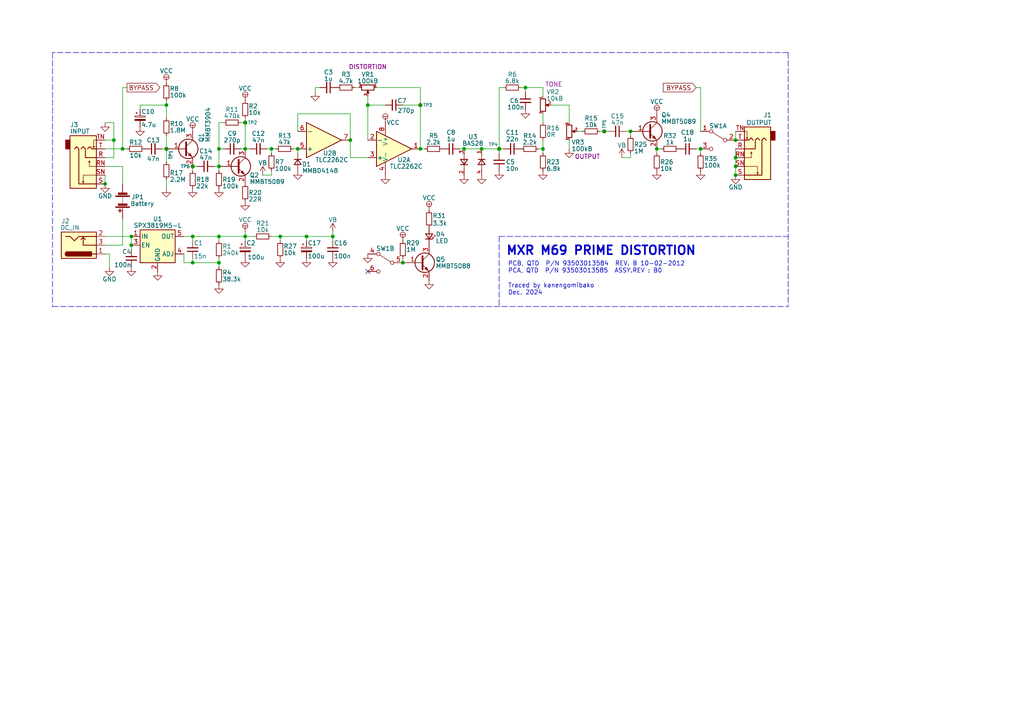
<source format=kicad_sch>
(kicad_sch (version 20231120) (generator "eeschema") (generator_version "8.0")
  (paper "A4")
  (lib_symbols
    (symbol "Amplifier_Operational:MC33178" (pin_names (offset 0.127))
      (property "Reference" "U" (at 0 5.08 0))
      (property "Value" "MC33178" (at 0 -5.08 0))
      (symbol "MC33178_1_1"
        (polyline (pts (xy -5.08 5.08) (xy 5.08 0) (xy -5.08 -5.08) (xy -5.08 5.08)) (stroke (width 0.254)) (fill (type background)))
        (pin output line (at 7.62 0 180) (length 2.54) (name "~") (number "1"))
        (pin input line (at -7.62 -2.54 0) (length 2.54) (name "-") (number "2"))
        (pin input line (at -7.62 2.54 0) (length 2.54) (name "+") (number "3"))
      )
      (symbol "MC33178_2_1"
        (polyline (pts (xy -5.08 5.08) (xy 5.08 0) (xy -5.08 -5.08) (xy -5.08 5.08)) (stroke (width 0.254)) (fill (type background)))
        (pin input line (at -7.62 2.54 0) (length 2.54) (name "+") (number "5"))
        (pin input line (at -7.62 -2.54 0) (length 2.54) (name "-") (number "6"))
        (pin output line (at 7.62 0 180) (length 2.54) (name "~") (number "7"))
      )
      (symbol "MC33178_3_1"
        (pin power_in line (at -2.54 -7.62 90) (length 3.81) (name "V-") (number "4"))
        (pin power_in line (at -2.54 7.62 270) (length 3.81) (name "V+") (number "8"))
      )
    )
    (symbol "AudioJack3_Switch_1"
      (property "Reference" "JK2" (at -5.3975 12.065 0))
      (property "Value" "AudioJack3_Switch_1" (at -5.3975 10.16 0))
      (symbol "AudioJack3_Switch_1_0_1"
        (rectangle (start -5.08 -5.08) (end -6.35 -7.62) (stroke (width 0.254)) (fill (type outline)))
        (polyline (pts (xy -1.27 4.826) (xy -1.016 4.318)))
        (polyline (pts (xy 0.508 -1.651) (xy 0.254 -1.143)))
        (polyline (pts (xy 1.778 -5.334) (xy 2.032 -5.842)))
        (polyline (pts (xy 0 -5.08) (xy 0.635 -5.715) (xy 1.27 -5.08) (xy 2.54 -5.08)) (stroke (width 0.254)))
        (polyline (pts (xy 2.54 -7.62) (xy 1.778 -7.62) (xy 1.778 -5.334) (xy 1.524 -5.842)))
        (polyline (pts (xy 2.54 0) (xy 0.508 0) (xy 0.508 -1.651) (xy 0.762 -1.143)))
        (polyline (pts (xy 2.54 2.54) (xy -1.27 2.54) (xy -1.27 4.826) (xy -1.524 4.318)))
        (polyline (pts (xy -1.905 -5.08) (xy -1.27 -5.715) (xy -0.635 -5.08) (xy -0.635 -2.54) (xy 2.54 -2.54)) (stroke (width 0.254)))
        (polyline (pts (xy 2.54 5.08) (xy -2.54 5.08) (xy -2.54 -5.08) (xy -3.175 -5.715) (xy -3.81 -5.08)) (stroke (width 0.254)))
        (rectangle (start 2.54 6.35) (end -5.08 -8.89) (stroke (width 0.254)) (fill (type background)))
      )
      (symbol "AudioJack3_Switch_1_1_1"
        (pin passive line (at 5.08 -2.54 180) (length 2.54) (name "~") (number "R"))
        (pin passive line (at 5.08 0 180) (length 2.54) (name "~") (number "RN"))
        (pin passive line (at 5.08 5.08 180) (length 2.54) (name "~") (number "S"))
        (pin passive line (at 5.08 2.54 180) (length 2.54) (name "~") (number "SN"))
        (pin passive line (at 5.08 -5.08 180) (length 2.54) (name "~") (number "T"))
        (pin passive line (at 5.08 -7.62 180) (length 2.54) (name "~") (number "TN"))
      )
    )
    (symbol "Connector:Barrel_Jack_Switch" (pin_names hide)
      (property "Reference" "J" (at 0 5.334 0))
      (property "Value" "Barrel_Jack_Switch" (at 0 -5.08 0))
      (symbol "Barrel_Jack_Switch_0_1"
        (rectangle (start -5.08 3.81) (end 5.08 -3.81) (stroke (width 0.254)) (fill (type background)))
        (arc (start -3.302 3.175) (mid -3.9343 2.54) (end -3.302 1.905) (stroke (width 0.254)))
        (arc (start -3.302 3.175) (mid -3.9343 2.54) (end -3.302 1.905) (stroke (width 0.254)) (fill (type outline)))
        (polyline (pts (xy 1.27 -2.286) (xy 1.905 -1.651)) (stroke (width 0.254)))
        (polyline (pts (xy 5.08 2.54) (xy 3.81 2.54)) (stroke (width 0.254)))
        (polyline (pts (xy 5.08 0) (xy 1.27 0) (xy 1.27 -2.286) (xy 0.635 -1.651)) (stroke (width 0.254)))
        (polyline (pts (xy -3.81 -2.54) (xy -2.54 -2.54) (xy -1.27 -1.27) (xy 0 -2.54) (xy 2.54 -2.54) (xy 5.08 -2.54)) (stroke (width 0.254)))
        (rectangle (start 3.683 3.175) (end -3.302 1.905) (stroke (width 0.254)) (fill (type outline)))
      )
      (symbol "Barrel_Jack_Switch_1_1"
        (pin passive line (at 7.62 2.54 180) (length 2.54) (name "~") (number "1"))
        (pin passive line (at 7.62 -2.54 180) (length 2.54) (name "~") (number "2"))
        (pin passive line (at 7.62 0 180) (length 2.54) (name "~") (number "3"))
      )
    )
    (symbol "Connector:TestPoint_Small" (pin_numbers hide) (pin_names (offset 0.762) hide)
      (property "Reference" "TP" (at 0 3.81 0))
      (property "Value" "TestPoint_Small" (at 0 2.032 0))
      (symbol "TestPoint_Small_0_1"
        (circle (center 0 0) (radius 0.508))
      )
      (symbol "TestPoint_Small_1_1"
        (pin passive line (at 0 0 90) (length 0) (name "1") (number "1"))
      )
    )
    (symbol "Device:Battery" (pin_numbers hide) (pin_names (offset 0) hide)
      (property "Reference" "BT" (at 2.54 2.54 0))
      (property "Value" "Battery" (at 2.54 0 0))
      (symbol "Battery_0_1"
        (rectangle (start -2.032 -1.397) (end 2.032 -1.651) (fill (type outline)))
        (rectangle (start -2.032 1.778) (end 2.032 1.524) (fill (type outline)))
        (rectangle (start -1.3208 -1.9812) (end 1.27 -2.4892) (fill (type outline)))
        (rectangle (start -1.3208 1.1938) (end 1.27 0.6858) (fill (type outline)))
        (polyline (pts (xy 0 -1.524) (xy 0 -1.27)))
        (polyline (pts (xy 0 -1.016) (xy 0 -0.762)))
        (polyline (pts (xy 0 -0.508) (xy 0 -0.254)))
        (polyline (pts (xy 0 0) (xy 0 0.254)))
        (polyline (pts (xy 0 0.508) (xy 0 0.762)))
        (polyline (pts (xy 0 1.778) (xy 0 2.54)))
        (polyline (pts (xy 0.254 2.667) (xy 1.27 2.667)) (stroke (width 0.254)))
        (polyline (pts (xy 0.762 3.175) (xy 0.762 2.159)) (stroke (width 0.254)))
      )
      (symbol "Battery_1_1"
        (pin passive line (at 0 5.08 270) (length 2.54) (name "+") (number "1"))
        (pin passive line (at 0 -5.08 90) (length 2.54) (name "-") (number "2"))
      )
    )
    (symbol "Device:C_Polarized_Small" (pin_numbers hide) (pin_names (offset 0.254) hide)
      (property "Reference" "C" (at 0.254 1.778 0))
      (property "Value" "C_Polarized_Small" (at 0.254 -2.032 0))
      (symbol "C_Polarized_Small_0_1"
        (rectangle (start -1.524 -0.3048) (end 1.524 -0.6858) (fill (type outline)))
        (rectangle (start -1.524 0.6858) (end 1.524 0.3048))
        (polyline (pts (xy -1.27 1.524) (xy -0.762 1.524)))
        (polyline (pts (xy -1.016 1.27) (xy -1.016 1.778)))
      )
      (symbol "C_Polarized_Small_1_1"
        (pin passive line (at 0 2.54 270) (length 1.8542) (name "~") (number "1"))
        (pin passive line (at 0 -2.54 90) (length 1.8542) (name "~") (number "2"))
      )
    )
    (symbol "Device:C_Small" (pin_numbers hide) (pin_names (offset 0.254) hide)
      (property "Reference" "C" (at 0.254 1.778 0))
      (property "Value" "C_Small" (at 0.254 -2.032 0))
      (symbol "C_Small_0_1"
        (polyline (pts (xy -1.524 -0.508) (xy 1.524 -0.508)) (stroke (width 0.3302)))
        (polyline (pts (xy -1.524 0.508) (xy 1.524 0.508)) (stroke (width 0.3048)))
      )
      (symbol "C_Small_1_1"
        (pin passive line (at 0 2.54 270) (length 2.032) (name "~") (number "1"))
        (pin passive line (at 0 -2.54 90) (length 2.032) (name "~") (number "2"))
      )
    )
    (symbol "Device:D_Small" (pin_numbers hide) (pin_names (offset 0.254) hide)
      (property "Reference" "D1" (at 0 2.54 90))
      (property "Value" "MMBD4148" (at 1.905 5.715 90))
      (symbol "D_Small_0_1"
        (polyline (pts (xy -0.762 -1.016) (xy -0.762 1.016)) (stroke (width 0.254)))
        (polyline (pts (xy -0.762 0) (xy 0.762 0)))
        (polyline (pts (xy 0.762 -1.016) (xy -0.762 0) (xy 0.762 1.016) (xy 0.762 -1.016)) (stroke (width 0.254)))
      )
      (symbol "D_Small_1_1"
        (pin passive line (at 2.54 0 180) (length 1.778) (name "A") (number "1"))
        (pin passive line (at -2.54 0 0) (length 1.778) (name "K") (number "3"))
      )
    )
    (symbol "Device:LED_Small" (pin_numbers hide) (pin_names (offset 0.254) hide)
      (property "Reference" "D" (at -1.27 3.175 0))
      (property "Value" "LED_Small" (at -4.445 -2.54 0))
      (symbol "LED_Small_0_1"
        (polyline (pts (xy -0.762 -1.016) (xy -0.762 1.016)) (stroke (width 0.254)))
        (polyline (pts (xy 1.016 0) (xy -0.762 0)))
        (polyline (pts (xy 0.762 -1.016) (xy -0.762 0) (xy 0.762 1.016) (xy 0.762 -1.016)) (stroke (width 0.254)))
        (polyline (pts (xy 0 0.762) (xy -0.508 1.27) (xy -0.254 1.27) (xy -0.508 1.27) (xy -0.508 1.016)))
        (polyline (pts (xy 0.508 1.27) (xy 0 1.778) (xy 0.254 1.778) (xy 0 1.778) (xy 0 1.524)))
      )
      (symbol "LED_Small_1_1"
        (pin passive line (at -2.54 0 0) (length 1.778) (name "K") (number "1"))
        (pin passive line (at 2.54 0 180) (length 1.778) (name "A") (number "2"))
      )
    )
    (symbol "Device:Q_NPN_BEC" (pin_names (offset 0) hide)
      (property "Reference" "Q" (at 5.08 1.27 0))
      (property "Value" "Q_NPN_BEC" (at 5.08 -1.27 0))
      (symbol "Q_NPN_BEC_0_1"
        (polyline (pts (xy 0.635 0.635) (xy 2.54 2.54)))
        (polyline (pts (xy 0.635 -0.635) (xy 2.54 -2.54) (xy 2.54 -2.54)))
        (polyline (pts (xy 0.635 1.905) (xy 0.635 -1.905) (xy 0.635 -1.905)) (stroke (width 0.508)))
        (polyline (pts (xy 1.27 -1.778) (xy 1.778 -1.27) (xy 2.286 -2.286) (xy 1.27 -1.778) (xy 1.27 -1.778)) (fill (type outline)))
        (circle (center 1.27 0) (radius 2.8194) (stroke (width 0.254)))
      )
      (symbol "Q_NPN_BEC_1_1"
        (pin input line (at -5.08 0 0) (length 5.715) (name "B") (number "1"))
        (pin passive line (at 2.54 -5.08 90) (length 2.54) (name "E") (number "2"))
        (pin passive line (at 2.54 5.08 270) (length 2.54) (name "C") (number "3"))
      )
    )
    (symbol "Device:R_Potentiometer_Small" (pin_names (offset 1.016) hide)
      (property "Reference" "RV" (at -4.445 0 90))
      (property "Value" "R_Potentiometer_Small" (at -2.54 0 90))
      (symbol "R_Potentiometer_Small_0_1"
        (polyline (pts (xy 0.889 0) (xy 0.635 0) (xy 1.651 0.381) (xy 1.651 -0.381) (xy 0.635 0) (xy 0.889 0)) (fill (type outline)))
        (rectangle (start 0.762 1.8034) (end -0.762 -1.8034) (stroke (width 0.254)))
      )
      (symbol "R_Potentiometer_Small_1_1"
        (pin passive line (at 0 2.54 270) (length 0.635) (name "1") (number "1"))
        (pin passive line (at 2.54 0 180) (length 0.9906) (name "2") (number "2"))
        (pin passive line (at 0 -2.54 90) (length 0.635) (name "3") (number "3"))
      )
    )
    (symbol "Device:R_Small" (pin_numbers hide) (pin_names (offset 0.254) hide)
      (property "Reference" "R" (at 0.762 0.508 0))
      (property "Value" "R_Small" (at 0.762 -1.016 0))
      (symbol "R_Small_0_1"
        (rectangle (start -0.762 1.778) (end 0.762 -1.778) (stroke (width 0.2032)))
      )
      (symbol "R_Small_1_1"
        (pin passive line (at 0 2.54 270) (length 0.762) (name "~") (number "1"))
        (pin passive line (at 0 -2.54 90) (length 0.762) (name "~") (number "2"))
      )
    )
    (symbol "GND_1" (power) (pin_numbers hide) (pin_names (offset 0) hide)
      (property "Value" "GND" (at 0 -3.81 0))
      (symbol "GND_1_0_1"
        (polyline (pts (xy 0 0) (xy 0 -1.27) (xy 1.27 -1.27) (xy 0 -2.54) (xy -1.27 -1.27) (xy 0 -1.27)))
      )
      (symbol "GND_1_1_1"
        (pin power_in line (at 0 0 270) (length 0) (name "~") (number "1"))
      )
    )
    (symbol "Regulator_Linear:SPX3819M5-L" (pin_names (offset 0.254))
      (property "Reference" "U" (at -3.81 5.715 0))
      (property "Value" "SPX3819M5-L" (at 0 5.715 0))
      (symbol "SPX3819M5-L_0_1"
        (rectangle (start -5.08 4.445) (end 5.08 -5.08) (stroke (width 0.254)) (fill (type background)))
      )
      (symbol "SPX3819M5-L_1_1"
        (pin power_in line (at -7.62 2.54 0) (length 2.54) (name "IN") (number "1"))
        (pin power_in line (at 0 -7.62 90) (length 2.54) (name "GND") (number "2"))
        (pin input line (at -7.62 0 0) (length 2.54) (name "EN") (number "3"))
        (pin input line (at 7.62 -2.54 180) (length 2.54) (name "ADJ") (number "4"))
        (pin power_out line (at 7.62 2.54 180) (length 2.54) (name "OUT") (number "5"))
      )
    )
    (symbol "Switch:SW_DPDT_x2" (pin_names (offset 0) hide)
      (property "Reference" "SW" (at 0 4.318 0))
      (property "Value" "SW_DPDT_x2" (at 0 -5.08 0))
      (symbol "SW_DPDT_x2_0_0"
        (circle (center -2.032 0) (radius 0.508))
        (circle (center 2.032 -2.54) (radius 0.508))
      )
      (symbol "SW_DPDT_x2_0_1"
        (polyline (pts (xy -1.524 0.254) (xy 1.651 2.286)))
        (circle (center 2.032 2.54) (radius 0.508))
      )
      (symbol "SW_DPDT_x2_1_1"
        (pin passive line (at 5.08 2.54 180) (length 2.54) (name "A") (number "1"))
        (pin passive line (at -5.08 0 0) (length 2.54) (name "B") (number "2"))
        (pin passive line (at 5.08 -2.54 180) (length 2.54) (name "C") (number "3"))
      )
      (symbol "SW_DPDT_x2_2_1"
        (pin passive line (at 5.08 2.54 180) (length 2.54) (name "A") (number "4"))
        (pin passive line (at -5.08 0 0) (length 2.54) (name "B") (number "5"))
        (pin passive line (at 5.08 -2.54 180) (length 2.54) (name "C") (number "6"))
      )
    )
    (symbol "Transistor_BJT:MMBT3904" (pin_names (offset 0) hide)
      (property "Reference" "Q" (at 5.08 1.905 0))
      (property "Value" "MMBT3904" (at 5.08 0 0))
      (symbol "MMBT3904_0_1"
        (polyline (pts (xy 0.635 0.635) (xy 2.54 2.54)))
        (polyline (pts (xy 0.635 -0.635) (xy 2.54 -2.54) (xy 2.54 -2.54)))
        (polyline (pts (xy 0.635 1.905) (xy 0.635 -1.905) (xy 0.635 -1.905)) (stroke (width 0.508)))
        (polyline (pts (xy 1.27 -1.778) (xy 1.778 -1.27) (xy 2.286 -2.286) (xy 1.27 -1.778) (xy 1.27 -1.778)) (fill (type outline)))
        (circle (center 1.27 0) (radius 2.8194) (stroke (width 0.254)))
      )
      (symbol "MMBT3904_1_1"
        (pin input line (at -5.08 0 0) (length 5.715) (name "B") (number "1"))
        (pin passive line (at 2.54 -5.08 90) (length 2.54) (name "E") (number "2"))
        (pin passive line (at 2.54 5.08 270) (length 2.54) (name "C") (number "3"))
      )
    )
    (symbol "myLib:D_Small_dual" (pin_names (offset 0) hide)
      (property "Reference" "D" (at 0 4.572 0))
      (property "Value" "D_Small_dual" (at 0 2.54 0))
      (symbol "D_Small_dual_0_1"
        (polyline (pts (xy -2.032 -5.08) (xy 2.032 -5.08)))
        (polyline (pts (xy -2.032 0) (xy 2.032 0)))
        (polyline (pts (xy -0.762 -1.016) (xy -0.762 1.016)) (stroke (width 0.254)))
        (polyline (pts (xy 0.762 -6.096) (xy 0.762 -4.064)) (stroke (width 0.254)))
        (polyline (pts (xy -0.762 -6.096) (xy 0.762 -5.08) (xy -0.762 -4.064) (xy -0.762 -6.096)) (stroke (width 0.254)))
        (polyline (pts (xy 0.762 -1.016) (xy -0.762 0) (xy 0.762 1.016) (xy 0.762 -1.016)) (stroke (width 0.254)))
      )
      (symbol "D_Small_dual_1_1"
        (pin passive line (at -3.81 0 0) (length 1.778) (name "1") (number "1"))
        (pin passive line (at 3.81 -5.08 180) (length 1.778) (name "2") (number "2"))
        (pin passive line (at -3.81 -5.08 0) (length 1.778) (name "3") (number "3"))
        (pin passive line (at 3.81 0 180) (length 1.778) (name "2") (number "4"))
      )
    )
    (symbol "myLib:VB" (power) (pin_names (offset 0))
      (property "Value" "VB" (at 0 3.556 0))
      (symbol "VB_0_1"
        (polyline (pts (xy -0.762 1.27) (xy 0 2.54)))
        (polyline (pts (xy 0 0) (xy 0 2.54)))
        (polyline (pts (xy 0 2.54) (xy 0.762 1.27)))
      )
      (symbol "VB_1_1"
        (pin power_in line (at 0 0 90) (length 0) hide (name "VB") (number "1"))
      )
    )
    (symbol "myLib:VCC" (power) (pin_names (offset 0))
      (property "Value" "VCC" (at 0 3.556 0))
      (symbol "VCC_0_0"
        (polyline (pts (xy -0.762 1.778) (xy 0.762 1.778)))
        (circle (center 0 1.778) (radius 0.7725))
      )
      (symbol "VCC_0_1"
        (polyline (pts (xy 0 0) (xy 0 1.778)))
      )
      (symbol "VCC_1_1"
        (pin power_in line (at 0 0 90) (length 0) hide (name "VCC") (number "1"))
      )
    )
    (symbol "power:GND" (power) (pin_names (offset 0))
      (property "Value" "GND" (at 0 -3.81 0))
      (symbol "GND_0_1"
        (polyline (pts (xy 0 0) (xy 0 -1.27) (xy 1.27 -1.27) (xy 0 -2.54) (xy -1.27 -1.27) (xy 0 -1.27)))
      )
      (symbol "GND_1_1"
        (pin power_in line (at 0 0 270) (length 0) hide (name "GND") (number "1"))
      )
    )
  )
  (junction (at 121.92 30.48))
  (junction (at 35.56 43.18))
  (junction (at 203.2 43.18))
  (junction (at 63.5 43.18))
  (junction (at 139.7 43.18))
  (junction (at 106.68 30.48))
  (junction (at 190.5 43.18))
  (junction (at 48.26 30.48))
  (junction (at 116.84 76.2))
  (junction (at 86.36 43.18))
  (junction (at 121.92 43.18))
  (junction (at 175.26 38.1))
  (junction (at 63.5 48.26))
  (junction (at 213.36 48.26))
  (junction (at 30.48 53.34))
  (junction (at 55.88 76.2))
  (junction (at 71.12 68.58))
  (junction (at 213.36 50.8))
  (junction (at 38.1 68.58))
  (junction (at 213.36 45.72))
  (junction (at 101.6 40.64))
  (junction (at 182.88 38.1))
  (junction (at 71.12 43.18))
  (junction (at 152.4 25.4))
  (junction (at 71.12 35.56))
  (junction (at 33.02 40.64))
  (junction (at 88.9 68.58))
  (junction (at 134.62 43.18))
  (junction (at 96.52 68.58))
  (junction (at 63.5 68.58))
  (junction (at 63.5 76.2))
  (junction (at 78.74 43.18))
  (junction (at 55.88 48.26))
  (junction (at 157.48 43.18))
  (junction (at 38.1 71.12))
  (junction (at 144.78 43.18))
  (junction (at 81.28 68.58))
  (junction (at 48.26 43.18))
  (junction (at 213.36 40.64))
  (junction (at 55.88 68.58))
  (no_connect (at 106.68 78.74))
  (wire (pts (xy 111.76 30.48) (xy 106.68 30.48)))
  (wire (pts (xy 62.23 48.26) (xy 63.5 48.26)))
  (wire (pts (xy 30.48 45.72) (xy 33.02 45.72)))
  (wire (pts (xy 48.26 39.37) (xy 48.26 43.18)))
  (wire (pts (xy 88.9 68.58) (xy 96.52 68.58)))
  (wire (pts (xy 30.48 73.66) (xy 31.75 73.66)))
  (wire (pts (xy 63.5 76.2) (xy 63.5 77.47)))
  (wire (pts (xy 213.36 40.64) (xy 213.36 38.1)))
  (wire (pts (xy 152.4 25.4) (xy 152.4 26.67)))
  (wire (pts (xy 152.4 25.4) (xy 157.48 25.4)))
  (wire (pts (xy 71.12 43.18) (xy 72.39 43.18)))
  (wire (pts (xy 181.61 38.1) (xy 182.88 38.1)))
  (wire (pts (xy 168.91 38.1) (xy 167.64 38.1)))
  (wire (pts (xy 69.85 35.56) (xy 71.12 35.56)))
  (wire (pts (xy 71.12 34.29) (xy 71.12 35.56)))
  (wire (pts (xy 35.56 43.18) (xy 36.83 43.18)))
  (wire (pts (xy 157.48 43.18) (xy 157.48 44.45)))
  (wire (pts (xy 116.84 30.48) (xy 121.92 30.48)))
  (wire (pts (xy 40.64 30.48) (xy 40.64 31.75)))
  (wire (pts (xy 203.2 38.1) (xy 203.2 25.4)))
  (wire (pts (xy 182.88 44.45) (xy 182.88 45.72)))
  (wire (pts (xy 30.48 48.26) (xy 35.56 48.26)))
  (wire (pts (xy 190.5 43.18) (xy 190.5 44.45)))
  (wire (pts (xy 71.12 35.56) (xy 71.12 43.18)))
  (wire (pts (xy 133.35 43.18) (xy 134.62 43.18)))
  (wire (pts (xy 40.64 30.48) (xy 48.26 30.48)))
  (wire (pts (xy 76.2 50.8) (xy 78.74 50.8)))
  (wire (pts (xy 64.77 43.18) (xy 63.5 43.18)))
  (wire (pts (xy 46.99 43.18) (xy 48.26 43.18)))
  (wire (pts (xy 55.88 74.93) (xy 55.88 76.2)))
  (wire (pts (xy 53.34 76.2) (xy 55.88 76.2)))
  (wire (pts (xy 63.5 43.18) (xy 63.5 48.26)))
  (wire (pts (xy 175.26 38.1) (xy 176.53 38.1)))
  (polyline (pts (xy 228.6 15.24) (xy 15.24 15.24)) (stroke (width 0) (type dash)))
  (wire (pts (xy 182.88 38.1) (xy 182.88 39.37)))
  (wire (pts (xy 88.9 68.58) (xy 81.28 68.58)))
  (wire (pts (xy 157.48 33.02) (xy 157.48 35.56)))
  (wire (pts (xy 35.56 63.5) (xy 35.56 71.12)))
  (wire (pts (xy 91.44 25.4) (xy 92.71 25.4)))
  (wire (pts (xy 85.09 43.18) (xy 86.36 43.18)))
  (wire (pts (xy 139.7 43.18) (xy 144.78 43.18)))
  (wire (pts (xy 86.36 43.18) (xy 86.36 44.45)))
  (polyline (pts (xy 228.6 15.24) (xy 228.6 88.9)) (stroke (width 0) (type dash)))
  (wire (pts (xy 30.48 50.8) (xy 30.48 53.34)))
  (wire (pts (xy 30.48 43.18) (xy 35.56 43.18)))
  (wire (pts (xy 144.78 43.18) (xy 144.78 44.45)))
  (wire (pts (xy 173.99 38.1) (xy 175.26 38.1)))
  (wire (pts (xy 33.02 40.64) (xy 30.48 40.64)))
  (wire (pts (xy 101.6 33.02) (xy 101.6 40.64)))
  (wire (pts (xy 144.78 25.4) (xy 146.05 25.4)))
  (wire (pts (xy 165.1 43.18) (xy 165.1 40.64)))
  (polyline (pts (xy 144.78 68.58) (xy 144.78 88.9)) (stroke (width 0) (type dash)))
  (wire (pts (xy 91.44 26.67) (xy 91.44 25.4)))
  (wire (pts (xy 160.02 30.48) (xy 165.1 30.48)))
  (wire (pts (xy 144.78 25.4) (xy 144.78 43.18)))
  (wire (pts (xy 63.5 69.85) (xy 63.5 68.58)))
  (wire (pts (xy 190.5 43.18) (xy 191.77 43.18)))
  (wire (pts (xy 121.92 43.18) (xy 123.19 43.18)))
  (wire (pts (xy 78.74 43.18) (xy 80.01 43.18)))
  (wire (pts (xy 106.68 30.48) (xy 106.68 40.64)))
  (wire (pts (xy 78.74 50.8) (xy 78.74 49.53)))
  (wire (pts (xy 55.88 69.85) (xy 55.88 68.58)))
  (polyline (pts (xy 15.24 88.9) (xy 228.6 88.9)) (stroke (width 0) (type dash)))
  (wire (pts (xy 35.56 48.26) (xy 35.56 53.34)))
  (wire (pts (xy 134.62 43.18) (xy 139.7 43.18)))
  (wire (pts (xy 77.47 43.18) (xy 78.74 43.18)))
  (wire (pts (xy 151.13 25.4) (xy 152.4 25.4)))
  (wire (pts (xy 48.26 30.48) (xy 48.26 34.29)))
  (wire (pts (xy 157.48 43.18) (xy 157.48 40.64)))
  (wire (pts (xy 38.1 68.58) (xy 38.1 71.12)))
  (wire (pts (xy 86.36 38.1) (xy 86.36 33.02)))
  (wire (pts (xy 213.36 45.72) (xy 213.36 48.26)))
  (wire (pts (xy 55.88 48.26) (xy 55.88 49.53)))
  (wire (pts (xy 38.1 72.39) (xy 38.1 71.12)))
  (wire (pts (xy 33.02 35.56) (xy 33.02 40.64)))
  (wire (pts (xy 64.77 35.56) (xy 63.5 35.56)))
  (wire (pts (xy 35.56 25.4) (xy 35.56 43.18)))
  (wire (pts (xy 146.05 43.18) (xy 144.78 43.18)))
  (wire (pts (xy 78.74 68.58) (xy 81.28 68.58)))
  (wire (pts (xy 213.36 43.18) (xy 213.36 45.72)))
  (wire (pts (xy 35.56 25.4) (xy 36.83 25.4)))
  (wire (pts (xy 106.68 27.94) (xy 106.68 30.48)))
  (wire (pts (xy 102.87 25.4) (xy 104.14 25.4)))
  (wire (pts (xy 69.85 43.18) (xy 71.12 43.18)))
  (wire (pts (xy 55.88 48.26) (xy 57.15 48.26)))
  (wire (pts (xy 201.93 43.18) (xy 203.2 43.18)))
  (wire (pts (xy 63.5 76.2) (xy 63.5 74.93)))
  (wire (pts (xy 63.5 35.56) (xy 63.5 43.18)))
  (wire (pts (xy 31.75 73.66) (xy 31.75 77.47)))
  (wire (pts (xy 48.26 54.61) (xy 48.26 52.07)))
  (wire (pts (xy 55.88 68.58) (xy 63.5 68.58)))
  (wire (pts (xy 96.52 68.58) (xy 96.52 69.85)))
  (wire (pts (xy 78.74 44.45) (xy 78.74 43.18)))
  (wire (pts (xy 71.12 68.58) (xy 73.66 68.58)))
  (wire (pts (xy 30.48 35.56) (xy 33.02 35.56)))
  (wire (pts (xy 156.21 43.18) (xy 157.48 43.18)))
  (wire (pts (xy 203.2 43.18) (xy 203.2 44.45)))
  (wire (pts (xy 213.36 48.26) (xy 213.36 50.8)))
  (wire (pts (xy 157.48 27.94) (xy 157.48 25.4)))
  (polyline (pts (xy 15.24 15.24) (xy 15.24 88.9)) (stroke (width 0) (type dash)))
  (wire (pts (xy 101.6 45.72) (xy 106.68 45.72)))
  (wire (pts (xy 53.34 68.58) (xy 55.88 68.58)))
  (wire (pts (xy 109.22 25.4) (xy 121.92 25.4)))
  (wire (pts (xy 33.02 40.64) (xy 33.02 45.72)))
  (wire (pts (xy 30.48 71.12) (xy 35.56 71.12)))
  (wire (pts (xy 81.28 69.85) (xy 81.28 68.58)))
  (polyline (pts (xy 144.78 68.58) (xy 228.6 68.58)) (stroke (width 0) (type dash)))
  (wire (pts (xy 63.5 48.26) (xy 63.5 49.53)))
  (wire (pts (xy 121.92 25.4) (xy 121.92 30.48)))
  (wire (pts (xy 165.1 30.48) (xy 165.1 35.56)))
  (wire (pts (xy 88.9 68.58) (xy 88.9 69.85)))
  (wire (pts (xy 203.2 25.4) (xy 201.93 25.4)))
  (wire (pts (xy 55.88 76.2) (xy 63.5 76.2)))
  (wire (pts (xy 121.92 30.48) (xy 121.92 43.18)))
  (wire (pts (xy 116.84 74.93) (xy 116.84 76.2)))
  (wire (pts (xy 30.48 68.58) (xy 38.1 68.58)))
  (wire (pts (xy 48.26 46.99) (xy 48.26 43.18)))
  (wire (pts (xy 53.34 73.66) (xy 53.34 76.2)))
  (wire (pts (xy 48.26 29.21) (xy 48.26 30.48)))
  (wire (pts (xy 96.52 67.31) (xy 96.52 68.58)))
  (wire (pts (xy 86.36 33.02) (xy 101.6 33.02)))
  (wire (pts (xy 63.5 68.58) (xy 71.12 68.58)))
  (wire (pts (xy 71.12 69.85) (xy 71.12 68.58)))
  (wire (pts (xy 71.12 68.58) (xy 71.12 67.31)))
  (wire (pts (xy 101.6 45.72) (xy 101.6 40.64)))
  (wire (pts (xy 180.34 45.72) (xy 182.88 45.72)))
  (text "MXR M69 PRIME DISTORTION" (at 146.685 74.295 0) (effects (font (size 2.54 2.54) (thickness 0.508) (bold yes)) (justify left bottom)))
  (text "Traced by kanengomibako\nDec. 2024" (at 147.32 85.725 0) (effects (font (size 1.27 1.27)) (justify left bottom)))
  (text "PCB, QTD  P/N 93503013584  REV. B 10-02-2012\nPCA, QTD  P/N 93503013585  ASSY.REV : B0\n" (at 147.32 79.375 0) (effects (font (size 1.27 1.27)) (justify left bottom)))
  (global_label "BYPASS" (shape input) (at 201.93 25.4 180) (property "Intersheetrefs" "${INTERSHEET_REFS}" (effects (hide yes))))
  (global_label "BYPASS" (shape output) (at 36.83 25.4 0) (property "Intersheetrefs" "${INTERSHEET_REFS}" (effects (hide yes))))
  (symbol (lib_id "Device:C_Small") (at 148.59 43.18 270) (unit 1)
    (property "Reference" "C11" (at 148.59 38.4175 90))
    (property "Value" "22n" (at 148.59 40.3225 90))
    (property "Footprint" "Capacitor_SMD:C_1206_3216Metric_Pad1.33x1.80mm_HandSolder" (effects (hide yes)))
  )
  (symbol (lib_id "Device:Q_NPN_BEC") (at 121.92 76.2 0) (unit 1)
    (property "Reference" "Q5" (at 126.365 75.2475 0) (effects (justify left)))
    (property "Value" "MMBT5088" (at 126.365 77.1525 0) (effects (justify left)))
    (property "Footprint" "myFoot:SOT-23_mxr" (effects (hide yes)))
    (property "Datasheet" "1Q" (effects (hide yes)))
  )
  (symbol (lib_id "Device:C_Small") (at 152.4 29.21 0) (mirror y) (unit 1)
    (property "Reference" "C6" (at 150.495 29.21 0) (effects (justify left)))
    (property "Value" "100n" (at 152.0825 31.115 0) (effects (justify left)))
    (property "Footprint" "Capacitor_SMD:C_0805_2012Metric_Pad1.18x1.45mm_HandSolder" (effects (hide yes)))
  )
  (symbol (lib_id "Device:R_Small") (at 48.26 36.83 180) (unit 1)
    (property "Reference" "R10" (at 49.2125 35.8775 0) (effects (justify right)))
    (property "Value" "1.8M" (at 49.2125 37.7825 0) (effects (justify right)))
    (property "Footprint" "Resistor_SMD:R_0805_2012Metric_Pad1.20x1.40mm_HandSolder" (effects (hide yes)))
  )
  (symbol (lib_id "Device:C_Polarized_Small") (at 40.64 34.29 0) (unit 1)
    (property "Reference" "C10" (at 40.9575 32.385 0) (effects (justify left)))
    (property "Value" "4.7u" (at 40.9575 36.195 0) (effects (justify left)))
    (property "Footprint" "Capacitor_THT:CP_Radial_D5.0mm_P2.50mm" (effects (hide yes)))
  )
  (symbol (lib_id "Device:C_Small") (at 38.1 74.93 0) (mirror x) (unit 1)
    (property "Reference" "C4" (at 38.1 73.025 0) (effects (justify right)))
    (property "Value" "100n" (at 38.1 76.835 0) (effects (justify right)))
    (property "Footprint" "Capacitor_SMD:C_0805_2012Metric_Pad1.18x1.45mm_HandSolder" (effects (hide yes)))
  )
  (symbol (lib_id "Connector:Barrel_Jack_Switch") (at 22.86 71.12 0) (mirror x) (unit 1)
    (property "Reference" "J2" (at 17.78 64.135 0) (effects (justify left)))
    (property "Value" "DC_IN" (at 17.4625 66.04 0) (effects (justify left)))
    (property "Footprint" "myFoot:my_DC_Jack" (effects (hide yes)))
  )
  (symbol (lib_name "GND_1") (lib_id "power:GND") (at 55.88 54.61 0) (unit 1)
    (property "Reference" "#PWR01" (effects (hide yes)))
    (property "Value" "GND" (effects (hide yes)))
    (property "Description" "Power symbol creates a global label with name \"GND\" , ground" (effects (hide yes)))
  )
  (symbol (lib_name "GND_1") (lib_id "power:GND") (at 139.7 50.8 0) (unit 1)
    (property "Reference" "#PWR09" (effects (hide yes)))
    (property "Value" "GND" (effects (hide yes)))
    (property "Description" "Power symbol creates a global label with name \"GND\" , ground" (effects (hide yes)))
  )
  (symbol (lib_id "Device:C_Polarized_Small") (at 88.9 72.39 0) (unit 1)
    (property "Reference" "C17" (at 89.2175 70.485 0) (effects (justify left)))
    (property "Value" "100u" (at 89.2175 74.295 0) (effects (justify left)))
    (property "Footprint" "Capacitor_THT:CP_Radial_D5.0mm_P2.50mm" (effects (hide yes)))
  )
  (symbol (lib_id "Device:R_Small") (at 124.46 63.5 180) (unit 1)
    (property "Reference" "R31" (at 125.4125 62.5475 0) (effects (justify right)))
    (property "Value" "3.3k" (at 125.4125 64.77 0) (effects (justify right)))
    (property "Footprint" "Resistor_SMD:R_0805_2012Metric_Pad1.20x1.40mm_HandSolder" (effects (hide yes)))
  )
  (symbol (lib_id "Device:R_Small") (at 81.28 72.39 180) (unit 1)
    (property "Reference" "R27" (at 82.2325 71.4375 0) (effects (justify right)))
    (property "Value" "10k" (at 82.2325 73.3425 0) (effects (justify right)))
    (property "Footprint" "Resistor_SMD:R_0805_2012Metric_Pad1.20x1.40mm_HandSolder" (effects (hide yes)))
  )
  (symbol (lib_id "Device:R_Small") (at 71.12 55.88 0) (unit 1)
    (property "Reference" "R20" (at 72.0725 55.88 0) (effects (justify left)))
    (property "Value" "22R" (at 72.0725 57.785 0) (effects (justify left)))
    (property "Footprint" "Resistor_SMD:R_0805_2012Metric_Pad1.20x1.40mm_HandSolder" (effects (hide yes)))
  )
  (symbol (lib_id "Device:C_Polarized_Small") (at 71.12 72.39 0) (unit 1)
    (property "Reference" "C2" (at 71.4375 70.485 0) (effects (justify left)))
    (property "Value" "100u" (at 71.755 74.6125 0) (effects (justify left)))
    (property "Footprint" "Capacitor_THT:CP_Radial_D5.0mm_P2.50mm" (effects (hide yes)))
  )
  (symbol (lib_id "myLib:VB") (at 180.34 45.72 0) (unit 1)
    (property "Reference" "#PWR031" (effects (hide yes)))
    (property "Value" "VB" (at 180.34 42.164 0))
  )
  (symbol (lib_id "Device:C_Small") (at 199.39 43.18 90) (mirror x) (unit 1)
    (property "Reference" "C18" (at 199.39 38.4175 90))
    (property "Value" "1u" (at 199.39 40.3225 90))
    (property "Footprint" "Capacitor_SMD:C_1206_3216Metric_Pad1.33x1.80mm_HandSolder" (effects (hide yes)))
  )
  (symbol (lib_id "Device:R_Small") (at 82.55 43.18 270) (mirror x) (unit 1)
    (property "Reference" "R13" (at 82.55 39.37 90))
    (property "Value" "47k" (at 82.55 41.275 90))
    (property "Footprint" "Resistor_SMD:R_0805_2012Metric_Pad1.20x1.40mm_HandSolder" (effects (hide yes)))
  )
  (symbol (lib_name "GND_1") (lib_id "power:GND") (at 48.26 54.61 0) (unit 1)
    (property "Reference" "#PWR021" (effects (hide yes)))
    (property "Value" "GND" (effects (hide yes)))
    (property "Description" "Power symbol creates a global label with name \"GND\" , ground" (effects (hide yes)))
  )
  (symbol (lib_id "Device:R_Small") (at 71.12 31.75 180) (unit 1)
    (property "Reference" "R2" (at 72.0725 30.7975 0) (effects (justify right)))
    (property "Value" "10k" (at 72.0725 32.7025 0) (effects (justify right)))
    (property "Footprint" "Resistor_SMD:R_0805_2012Metric_Pad1.20x1.40mm_HandSolder" (effects (hide yes)))
  )
  (symbol (lib_id "Device:Q_NPN_BEC") (at 68.58 48.26 0) (unit 1)
    (property "Reference" "Q2" (at 72.39 50.8 0) (effects (justify left)))
    (property "Value" "MMBT5089" (at 72.39 52.705 0) (effects (justify left)))
    (property "Footprint" "myFoot:SOT-23_mxr" (effects (hide yes)))
    (property "Datasheet" "1R" (effects (hide yes)))
  )
  (symbol (lib_id "power:GND") (at 63.5 82.55 0) (unit 1)
    (property "Reference" "#PWR019" (effects (hide yes)))
    (property "Value" "GND" (effects (hide yes)))
  )
  (symbol (lib_name "GND_1") (lib_id "power:GND") (at 203.2 49.53 0) (unit 1)
    (property "Reference" "#PWR016" (effects (hide yes)))
    (property "Value" "GND" (effects (hide yes)))
    (property "Description" "Power symbol creates a global label with name \"GND\" , ground" (effects (hide yes)))
  )
  (symbol (lib_id "Device:C_Small") (at 96.52 72.39 0) (unit 1)
    (property "Reference" "C16" (at 96.8375 70.485 0) (effects (justify left)))
    (property "Value" "100n" (at 96.8375 74.295 0) (effects (justify left)))
    (property "Footprint" "Capacitor_SMD:C_0805_2012Metric_Pad1.18x1.45mm_HandSolder" (effects (hide yes)))
  )
  (symbol (lib_id "myLib:VCC") (at 190.5 33.02 0) (unit 1)
    (property "Reference" "#PWR026" (effects (hide yes)))
    (property "Value" "VCC" (at 190.5 29.464 0))
  )
  (symbol (lib_name "GND_1") (lib_id "power:GND") (at 111.76 50.8 0) (unit 1)
    (property "Reference" "#PWR040" (effects (hide yes)))
    (property "Value" "GND" (effects (hide yes)))
    (property "Description" "Power symbol creates a global label with name \"GND\" , ground" (effects (hide yes)))
  )
  (symbol (lib_id "Device:R_Small") (at 48.26 49.53 0) (mirror y) (unit 1)
    (property "Reference" "R17" (at 49.2125 50.165 0) (effects (justify right)))
    (property "Value" "2.2M" (at 49.2125 52.07 0) (effects (justify right)))
    (property "Footprint" "Resistor_SMD:R_0805_2012Metric_Pad1.20x1.40mm_HandSolder" (effects (hide yes)))
  )
  (symbol (lib_id "Connector:TestPoint_Small") (at 55.88 48.26 0) (unit 1)
    (property "Reference" "TP6" (at 52.3875 48.26 0) (effects (font (size 0.9525 0.9525)) (justify left)))
    (property "Value" "-" (effects (hide yes)))
    (property "Footprint" "myFoot:my_SmallestPad_0-6mmDrill" (effects (hide yes)))
  )
  (symbol (lib_id "Device:R_Small") (at 148.59 25.4 270) (mirror x) (unit 1)
    (property "Reference" "R6" (at 148.59 21.59 90))
    (property "Value" "6.8k" (at 148.59 23.495 90))
    (property "Footprint" "Resistor_SMD:R_0805_2012Metric_Pad1.20x1.40mm_HandSolder" (effects (hide yes)))
  )
  (symbol (lib_id "Amplifier_Operational:MC33178") (at 114.3 43.18 0) (mirror x) (unit 1)
    (property "Reference" "U2" (at 115.2525 46.355 0) (effects (justify left)))
    (property "Value" "TLC2262C" (at 113.03 48.26 0) (effects (justify left)))
    (property "Footprint" "Package_SO:SO-8_3.9x4.9mm_P1.27mm" (effects (hide yes)))
  )
  (symbol (lib_id "Amplifier_Operational:MC33178") (at 93.98 40.64 0) (mirror x) (unit 2)
    (property "Reference" "U2" (at 93.6625 44.45 0) (effects (justify left)))
    (property "Value" "TLC2262C" (at 91.44 46.355 0) (effects (justify left)))
    (property "Footprint" "Package_SO:SO-8_3.9x4.9mm_P1.27mm" (effects (hide yes)))
  )
  (symbol (lib_id "Connector:TestPoint_Small") (at 48.26 43.18 0) (unit 1)
    (property "Reference" "TP1" (at 49.53 43.4975 90) (effects (font (size 0.9525 0.9525)) (justify right)))
    (property "Value" "-" (effects (hide yes)))
    (property "Footprint" "myFoot:my_SmallestPad_0-6mmDrill" (effects (hide yes)))
  )
  (symbol (lib_id "myLib:VCC") (at 116.84 69.85 0) (unit 1)
    (property "Reference" "#PWR035" (effects (hide yes)))
    (property "Value" "VCC" (at 116.84 66.294 0))
  )
  (symbol (lib_id "power:GND") (at 88.9 74.93 0) (unit 1)
    (property "Reference" "#PWR030" (effects (hide yes)))
    (property "Value" "GND" (effects (hide yes)))
  )
  (symbol (lib_name "GND_1") (lib_id "power:GND") (at 86.36 49.53 0) (unit 1)
    (property "Reference" "#PWR04" (effects (hide yes)))
    (property "Value" "GND" (effects (hide yes)))
    (property "Description" "Power symbol creates a global label with name \"GND\" , ground" (effects (hide yes)))
  )
  (symbol (lib_id "Device:C_Small") (at 55.88 72.39 0) (mirror x) (unit 1)
    (property "Reference" "C1" (at 56.1975 70.485 0) (effects (justify left)))
    (property "Value" "15n" (at 56.1975 74.295 0) (effects (justify left)))
    (property "Footprint" "Capacitor_SMD:C_0805_2012Metric_Pad1.18x1.45mm_HandSolder" (effects (hide yes)))
  )
  (symbol (lib_id "Connector:TestPoint_Small") (at 144.78 43.18 0) (unit 1)
    (property "Reference" "TP4" (at 144.4625 41.91 0) (effects (font (size 0.9525 0.9525)) (justify right)))
    (property "Value" "-" (effects (hide yes)))
    (property "Footprint" "myFoot:my_SmallestPad_0-6mmDrill" (effects (hide yes)))
  )
  (symbol (lib_id "Device:C_Small") (at 179.07 38.1 270) (mirror x) (unit 1)
    (property "Reference" "C15" (at 179.07 33.655 90))
    (property "Value" "47n" (at 179.07 35.56 90))
    (property "Footprint" "Capacitor_SMD:C_1206_3216Metric_Pad1.33x1.80mm_HandSolder" (effects (hide yes)))
  )
  (symbol (lib_id "Device:R_Small") (at 194.31 43.18 90) (unit 1)
    (property "Reference" "R32" (at 194.31 39.37 90))
    (property "Value" "1k" (at 194.31 41.275 90))
    (property "Footprint" "Resistor_SMD:R_0805_2012Metric_Pad1.20x1.40mm_HandSolder" (effects (hide yes)))
  )
  (symbol (lib_id "Regulator_Linear:SPX3819M5-L") (at 45.72 71.12 0) (unit 1)
    (property "Reference" "U1" (at 45.72 63.5 0))
    (property "Value" "SPX3819M5-L" (at 45.72 65.405 0))
    (property "Footprint" "Package_TO_SOT_SMD:SOT-23-5" (effects (hide yes)))
  )
  (symbol (lib_id "Device:C_Small") (at 74.93 43.18 90) (unit 1)
    (property "Reference" "C12" (at 74.93 38.735 90))
    (property "Value" "47n" (at 74.93 40.64 90))
    (property "Footprint" "Capacitor_SMD:C_1206_3216Metric_Pad1.33x1.80mm_HandSolder" (effects (hide yes)))
  )
  (symbol (lib_id "Device:R_Small") (at 78.74 46.99 180) (unit 1)
    (property "Reference" "R7" (at 79.6925 46.99 0) (effects (justify right)))
    (property "Value" "100k" (at 79.6925 48.895 0) (effects (justify right)))
    (property "Footprint" "Resistor_SMD:R_0805_2012Metric_Pad1.20x1.40mm_HandSolder" (effects (hide yes)))
  )
  (symbol (lib_id "myLib:VCC") (at 55.88 38.1 0) (unit 1)
    (property "Reference" "#PWR023" (effects (hide yes)))
    (property "Value" "VCC" (at 55.88 34.544 0))
  )
  (symbol (lib_id "Transistor_BJT:MMBT3904") (at 53.34 43.18 0) (unit 1)
    (property "Reference" "Q1" (at 58.42 41.275 90) (effects (justify left)))
    (property "Value" "MMBT3904" (at 60.325 41.275 90) (effects (justify left)))
    (property "Footprint" "myFoot:SOT-23_mxr" (effects (hide yes)))
    (property "Datasheet" "1N" (effects (hide yes)))
    (property "Description" "0.2A Ic, 40V Vce, Small Signal NPN Transistor, SOT-23" (effects (hide yes)))
  )
  (symbol (lib_id "Device:R_Small") (at 63.5 52.07 180) (unit 1)
    (property "Reference" "R19" (at 64.4525 52.07 0) (effects (justify right)))
    (property "Value" "100k" (at 64.4525 53.975 0) (effects (justify right)))
    (property "Footprint" "Resistor_SMD:R_0805_2012Metric_Pad1.20x1.40mm_HandSolder" (effects (hide yes)))
  )
  (symbol (lib_id "myLib:VB") (at 76.2 50.8 0) (unit 1)
    (property "Reference" "#PWR032" (effects (hide yes)))
    (property "Value" "VB" (at 76.2 47.244 0))
  )
  (symbol (lib_name "GND_1") (lib_id "power:GND") (at 106.68 73.66 0) (unit 1)
    (property "Reference" "#PWR034" (effects (hide yes)))
    (property "Value" "GND" (effects (hide yes)))
    (property "Description" "Power symbol creates a global label with name \"GND\" , ground" (effects (hide yes)))
  )
  (symbol (lib_name "GND_1") (lib_id "power:GND") (at 134.62 50.8 0) (unit 1)
    (property "Reference" "#PWR06" (effects (hide yes)))
    (property "Value" "GND" (effects (hide yes)))
    (property "Description" "Power symbol creates a global label with name \"GND\" , ground" (effects (hide yes)))
  )
  (symbol (lib_id "Connector:TestPoint_Small") (at 121.92 30.48 0) (mirror y) (unit 1)
    (property "Reference" "TP3" (at 125.4125 30.48 0) (effects (font (size 0.9525 0.9525)) (justify left)))
    (property "Value" "-" (effects (hide yes)))
    (property "Footprint" "myFoot:my_SmallestPad_0-6mmDrill" (effects (hide yes)))
  )
  (symbol (lib_id "Device:R_Small") (at 116.84 72.39 180) (unit 1)
    (property "Reference" "R29" (at 117.7925 70.485 0) (effects (justify right)))
    (property "Value" "1M" (at 117.7925 72.39 0) (effects (justify right)))
    (property "Footprint" "Resistor_SMD:R_0805_2012Metric_Pad1.20x1.40mm_HandSolder" (effects (hide yes)))
  )
  (symbol (lib_id "Device:C_Small") (at 44.45 43.18 90) (unit 1)
    (property "Reference" "C13" (at 44.45 40.64 90))
    (property "Value" "47n" (at 44.45 46.0375 90))
    (property "Footprint" "Capacitor_SMD:C_1206_3216Metric_Pad1.33x1.80mm_HandSolder" (effects (hide yes)))
  )
  (symbol (lib_id "Device:C_Small") (at 67.31 43.18 90) (unit 1)
    (property "Reference" "C9" (at 67.31 38.735 90))
    (property "Value" "270p" (at 67.31 40.64 90))
    (property "Footprint" "Capacitor_SMD:C_0805_2012Metric_Pad1.18x1.45mm_HandSolder" (effects (hide yes)))
  )
  (symbol (lib_name "AudioJack3_Switch_1") (lib_id "Connector:AudioJack3_Switch") (at 218.44 45.72 180) (unit 1)
    (property "Reference" "J1" (at 223.8375 33.3375 0) (effects (justify left)))
    (property "Value" "OUTPUT" (at 223.8375 35.56 0) (effects (justify left)))
    (property "Footprint" "Connector_Audio:Jack_6.35mm_Neutrik_NMJ6HCD2_Horizontal" (effects (hide yes)))
  )
  (symbol (lib_id "Device:R_Small") (at 67.31 35.56 270) (mirror x) (unit 1)
    (property "Reference" "R11" (at 67.31 31.75 90))
    (property "Value" "470k" (at 67.31 33.655 90))
    (property "Footprint" "Resistor_SMD:R_0805_2012Metric_Pad1.20x1.40mm_HandSolder" (effects (hide yes)))
  )
  (symbol (lib_name "GND_1") (lib_id "power:GND") (at 165.1 43.18 0) (unit 1)
    (property "Reference" "#PWR014" (effects (hide yes)))
    (property "Value" "GND" (effects (hide yes)))
    (property "Description" "Power symbol creates a global label with name \"GND\" , ground" (effects (hide yes)))
  )
  (symbol (lib_id "Device:R_Small") (at 182.88 41.91 0) (unit 1)
    (property "Reference" "R25" (at 183.8325 41.91 0) (effects (justify left)))
    (property "Value" "1M" (at 183.8325 43.815 0) (effects (justify left)))
    (property "Footprint" "Resistor_SMD:R_0805_2012Metric_Pad1.20x1.40mm_HandSolder" (effects (hide yes)))
  )
  (symbol (lib_id "Device:R_Small") (at 171.45 38.1 90) (unit 1)
    (property "Reference" "R15" (at 171.45 34.29 90))
    (property "Value" "10k" (at 171.45 36.195 90))
    (property "Footprint" "Resistor_SMD:R_0805_2012Metric_Pad1.20x1.40mm_HandSolder" (effects (hide yes)))
  )
  (symbol (lib_id "Device:R_Potentiometer_Small") (at 106.68 25.4 270) (unit 1)
    (property "Reference" "VR1" (at 106.68 21.59 90))
    (property "Value" "100kB" (at 106.68 23.495 90))
    (property "Footprint" "myFoot:my_pot_5mm" (effects (hide yes)))
    (property "NAME" "DISTORTION" (at 106.68 19.3675 90))
  )
  (symbol (lib_id "Device:LED_Small") (at 124.46 68.58 270) (mirror x) (unit 1)
    (property "Reference" "D4" (at 126.365 67.945 90) (effects (justify left)))
    (property "Value" "LED" (at 126.365 69.85 90) (effects (justify left)))
    (property "Footprint" "LED_THT:LED_D3.0mm" (effects (hide yes)))
  )
  (symbol (lib_id "Device:C_Small") (at 95.25 25.4 270) (unit 1)
    (property "Reference" "C3" (at 95.25 20.955 90))
    (property "Value" "1u" (at 95.25 22.86 90))
    (property "Footprint" "Capacitor_SMD:C_1206_3216Metric_Pad1.33x1.80mm_HandSolder" (effects (hide yes)))
  )
  (symbol (lib_name "GND_1") (lib_id "power:GND") (at 124.46 81.28 0) (unit 1)
    (property "Reference" "#PWR08" (effects (hide yes)))
    (property "Value" "GND" (effects (hide yes)))
    (property "Description" "Power symbol creates a global label with name \"GND\" , ground" (effects (hide yes)))
  )
  (symbol (lib_id "myLib:VCC") (at 111.76 35.56 0) (unit 1)
    (property "Reference" "#PWR025" (effects (hide yes)))
    (property "Value" "VCC" (at 112.0775 35.56 0) (effects (justify left)))
  )
  (symbol (lib_id "myLib:VCC") (at 48.26 24.13 0) (unit 1)
    (property "Reference" "#PWR022" (effects (hide yes)))
    (property "Value" "VCC" (at 48.26 20.574 0))
  )
  (symbol (lib_id "Device:R_Small") (at 63.5 80.01 0) (unit 1)
    (property "Reference" "R4" (at 64.4525 79.0575 0) (effects (justify left)))
    (property "Value" "38.3k" (at 64.4525 80.9625 0) (effects (justify left)))
    (property "Footprint" "Resistor_SMD:R_0805_2012Metric_Pad1.20x1.40mm_HandSolder" (effects (hide yes)))
  )
  (symbol (lib_id "Device:C_Small") (at 130.81 43.18 90) (unit 1)
    (property "Reference" "C8" (at 130.81 38.4175 90))
    (property "Value" "1u" (at 130.81 40.3225 90))
    (property "Footprint" "Capacitor_SMD:C_1206_3216Metric_Pad1.33x1.80mm_HandSolder" (effects (hide yes)))
  )
  (symbol (lib_id "Device:R_Small") (at 203.2 46.99 180) (unit 1)
    (property "Reference" "R35" (at 204.1525 46.0375 0) (effects (justify right)))
    (property "Value" "100k" (at 204.1525 47.9425 0) (effects (justify right)))
    (property "Footprint" "Resistor_SMD:R_0805_2012Metric_Pad1.20x1.40mm_HandSolder" (effects (hide yes)))
  )
  (symbol (lib_id "Switch:SW_DPDT_x2") (at 111.76 76.2 0) (mirror y) (unit 2)
    (property "Reference" "SW1" (at 111.76 72.0725 0))
    (property "Value" "SW2" (effects (hide yes)))
    (property "Footprint" "Connector_PinHeader_2.54mm:PinHeader_2x03_P2.54mm_Vertical" (effects (hide yes)))
  )
  (symbol (lib_name "GND_1") (lib_id "power:GND") (at 157.48 49.53 0) (unit 1)
    (property "Reference" "#PWR012" (effects (hide yes)))
    (property "Value" "GND" (effects (hide yes)))
    (property "Description" "Power symbol creates a global label with name \"GND\" , ground" (effects (hide yes)))
  )
  (symbol (lib_id "Device:Battery") (at 35.56 58.42 180) (unit 1)
    (property "Reference" "JP1" (at 38.1 57.15 0) (effects (justify right)))
    (property "Value" "Battery" (at 37.7825 59.055 0) (effects (justify right)))
    (property "Footprint" "myFoot:my_conn" (effects (hide yes)))
  )
  (symbol (lib_name "GND_1") (lib_id "power:GND") (at 152.4 31.75 0) (unit 1)
    (property "Reference" "#PWR013" (effects (hide yes)))
    (property "Value" "GND" (effects (hide yes)))
    (property "Description" "Power symbol creates a global label with name \"GND\" , ground" (effects (hide yes)))
  )
  (symbol (lib_id "myLib:VCC") (at 71.12 67.31 0) (unit 1)
    (property "Reference" "#PWR027" (effects (hide yes)))
    (property "Value" "VCC" (at 71.12 63.754 0))
  )
  (symbol (lib_id "Device:R_Potentiometer_Small") (at 157.48 30.48 0) (unit 1)
    (property "Reference" "VR2" (at 158.4325 26.67 0) (effects (justify left)))
    (property "Value" "10kB" (at 158.4325 28.575 0) (effects (justify left)))
    (property "Footprint" "myFoot:my_pot_5mm" (effects (hide yes)))
    (property "NAME" "TONE" (at 158.115 24.4475 0) (effects (justify left)))
  )
  (symbol (lib_id "Device:R_Small") (at 190.5 46.99 0) (unit 1)
    (property "Reference" "R26" (at 191.4525 46.99 0) (effects (justify left)))
    (property "Value" "10k" (at 191.4525 48.895 0) (effects (justify left)))
    (property "Footprint" "Resistor_SMD:R_0805_2012Metric_Pad1.20x1.40mm_HandSolder" (effects (hide yes)))
  )
  (symbol (lib_id "power:GND") (at 71.12 74.93 0) (unit 1)
    (property "Reference" "#PWR028" (effects (hide yes)))
    (property "Value" "GND" (effects (hide yes)))
  )
  (symbol (lib_id "Device:D_Small") (at 86.36 46.99 270) (unit 1)
    (property "Reference" "D1" (at 88.9 47.625 90))
    (property "Value" "MMBD4148" (at 87.63 49.53 90) (effects (justify left)))
    (property "Footprint" "myFoot:SOT-23_mxr" (effects (hide yes)))
    (property "Datasheet" "KA2" (effects (hide yes)))
    (property "Sim.Device" "D" (effects (hide yes)))
    (property "Sim.Pins" "1=K 2=A" (effects (hide yes)))
  )
  (symbol (lib_id "Device:R_Small") (at 55.88 52.07 0) (unit 1)
    (property "Reference" "R18" (at 56.8325 52.07 0) (effects (justify left)))
    (property "Value" "22k" (at 56.8325 53.975 0) (effects (justify left)))
    (property "Footprint" "Resistor_SMD:R_0805_2012Metric_Pad1.20x1.40mm_HandSolder" (effects (hide yes)))
  )
  (symbol (lib_id "Device:R_Small") (at 157.48 46.99 180) (unit 1)
    (property "Reference" "R23" (at 158.4325 46.99 0) (effects (justify right)))
    (property "Value" "6.8k" (at 158.4325 48.895 0) (effects (justify right)))
    (property "Footprint" "Resistor_SMD:R_0805_2012Metric_Pad1.20x1.40mm_HandSolder" (effects (hide yes)))
  )
  (symbol (lib_id "power:GND") (at 30.48 35.56 0) (unit 1)
    (property "Reference" "#PWR037" (effects (hide yes)))
    (property "Value" "GND" (effects (hide yes)))
  )
  (symbol (lib_id "Device:C_Small") (at 144.78 46.99 0) (mirror x) (unit 1)
    (property "Reference" "C5" (at 146.685 46.99 0) (effects (justify left)))
    (property "Value" "10n" (at 146.685 48.895 0) (effects (justify left)))
    (property "Footprint" "Capacitor_SMD:C_0805_2012Metric_Pad1.18x1.45mm_HandSolder" (effects (hide yes)))
  )
  (symbol (lib_name "GND_1") (lib_id "power:GND") (at 71.12 58.42 0) (unit 1)
    (property "Reference" "#PWR02" (effects (hide yes)))
    (property "Value" "GND" (effects (hide yes)))
    (property "Description" "Power symbol creates a global label with name \"GND\" , ground" (effects (hide yes)))
  )
  (symbol (lib_id "Device:R_Small") (at 63.5 72.39 180) (unit 1)
    (property "Reference" "R1" (at 64.4525 71.4375 0) (effects (justify right)))
    (property "Value" "240k" (at 64.4525 73.3425 0) (effects (justify right)))
    (property "Footprint" "Resistor_SMD:R_0805_2012Metric_Pad1.20x1.40mm_HandSolder" (effects (hide yes)))
  )
  (symbol (lib_name "AudioJack3_Switch_1") (lib_id "Connector:AudioJack3_Switch") (at 25.4 48.26 0) (mirror x) (unit 1)
    (property "Reference" "J3" (at 20.32 36.195 0) (effects (justify left)))
    (property "Value" "INPUT" (at 20.32 38.1 0) (effects (justify left)))
    (property "Footprint" "Connector_Audio:Jack_6.35mm_Neutrik_NMJ6HCD2_Horizontal" (effects (hide yes)))
  )
  (symbol (lib_id "power:GND") (at 31.75 77.47 0) (unit 1)
    (property "Reference" "#PWR017" (effects (hide yes)))
    (property "Value" "GND" (at 31.75 80.9625 0))
  )
  (symbol (lib_id "myLib:VCC") (at 124.46 60.96 0) (unit 1)
    (property "Reference" "#PWR07" (effects (hide yes)))
    (property "Value" "VCC" (at 124.46 57.404 0))
  )
  (symbol (lib_id "power:GND") (at 81.28 74.93 0) (unit 1)
    (property "Reference" "#PWR029" (effects (hide yes)))
    (property "Value" "GND" (effects (hide yes)))
  )
  (symbol (lib_id "Switch:SW_DPDT_x2") (at 208.28 40.64 0) (mirror y) (unit 1)
    (property "Reference" "SW1" (at 208.28 36.5125 0))
    (property "Value" "SW2" (effects (hide yes)))
    (property "Footprint" "Connector_PinHeader_2.54mm:PinHeader_2x03_P2.54mm_Vertical" (effects (hide yes)))
  )
  (symbol (lib_id "Connector:TestPoint_Small") (at 175.26 38.1 270) (unit 1)
    (property "Reference" "TP5" (at 175.26 34.6075 0) (effects (font (size 0.9525 0.9525)) (justify left)))
    (property "Value" "-" (effects (hide yes)))
    (property "Footprint" "myFoot:my_SmallestPad_0-6mmDrill" (effects (hide yes)))
  )
  (symbol (lib_id "Amplifier_Operational:MC33178") (at 114.3 43.18 0) (unit 3)
    (property "Reference" "U2" (effects (hide yes)))
    (property "Value" "TLC2262C" (effects (hide yes)))
    (property "Footprint" "Package_SO:SO-8_3.9x4.9mm_P1.27mm" (effects (hide yes)))
  )
  (symbol (lib_id "Device:R_Small") (at 125.73 43.18 270) (unit 1)
    (property "Reference" "R5" (at 125.73 39.37 90))
    (property "Value" "2.2k" (at 125.73 41.275 90))
    (property "Footprint" "Resistor_SMD:R_0805_2012Metric_Pad1.20x1.40mm_HandSolder" (effects (hide yes)))
  )
  (symbol (lib_name "GND_1") (lib_id "power:GND") (at 144.78 49.53 0) (unit 1)
    (property "Reference" "#PWR011" (effects (hide yes)))
    (property "Value" "GND" (effects (hide yes)))
    (property "Description" "Power symbol creates a global label with name \"GND\" , ground" (effects (hide yes)))
  )
  (symbol (lib_name "GND_1") (lib_id "power:GND") (at 63.5 54.61 0) (unit 1)
    (property "Reference" "#PWR03" (effects (hide yes)))
    (property "Value" "GND" (effects (hide yes)))
    (property "Description" "Power symbol creates a global label with name \"GND\" , ground" (effects (hide yes)))
  )
  (symbol (lib_id "power:GND") (at 30.48 53.34 0) (unit 1)
    (property "Reference" "#PWR036" (effects (hide yes)))
    (property "Value" "GND" (at 30.48 56.8325 0))
  )
  (symbol (lib_id "myLib:VB") (at 96.52 67.31 0) (unit 1)
    (property "Reference" "#PWR010" (effects (hide yes)))
    (property "Value" "VB" (at 96.52 63.754 0))
  )
  (symbol (lib_id "Device:R_Small") (at 153.67 43.18 270) (unit 1)
    (property "Reference" "R14" (at 153.67 39.37 90))
    (property "Value" "2.2k" (at 153.67 41.275 90))
    (property "Footprint" "Resistor_SMD:R_0805_2012Metric_Pad1.20x1.40mm_HandSolder" (effects (hide yes)))
  )
  (symbol (lib_id "Device:Q_NPN_BEC") (at 187.96 38.1 0) (unit 1)
    (property "Reference" "Q4" (at 191.77 33.3375 0) (effects (justify left)))
    (property "Value" "MMBT5089" (at 191.77 35.2425 0) (effects (justify left)))
    (property "Footprint" "myFoot:SOT-23_mxr" (effects (hide yes)))
    (property "Datasheet" "1R" (effects (hide yes)))
  )
  (symbol (lib_id "power:GND") (at 96.52 74.93 0) (unit 1)
    (property "Reference" "#PWR033" (effects (hide yes)))
    (property "Value" "GND" (effects (hide yes)))
  )
  (symbol (lib_id "Device:R_Potentiometer_Small") (at 165.1 38.1 0) (mirror x) (unit 1)
    (property "Reference" "VR3" (at 165.735 41.275 0) (effects (justify left)))
    (property "Value" "100kB" (at 165.735 43.18 0) (effects (justify left)))
    (property "Footprint" "myFoot:my_pot_5mm" (effects (hide yes)))
    (property "NAME" "OUTPUT" (at 166.6875 45.4025 0) (effects (justify left)))
  )
  (symbol (lib_id "Device:R_Small") (at 100.33 25.4 90) (unit 1)
    (property "Reference" "R3" (at 100.33 21.59 90))
    (property "Value" "4.7k" (at 100.33 23.495 90))
    (property "Footprint" "Resistor_SMD:R_0805_2012Metric_Pad1.20x1.40mm_HandSolder" (effects (hide yes)))
  )
  (symbol (lib_id "myLib:VCC") (at 71.12 29.21 0) (unit 1)
    (property "Reference" "#PWR024" (effects (hide yes)))
    (property "Value" "VCC" (at 71.12 25.654 0))
  )
  (symbol (lib_id "Device:R_Small") (at 39.37 43.18 270) (mirror x) (unit 1)
    (property "Reference" "R12" (at 39.37 41.275 90))
    (property "Value" "10k" (at 39.37 45.085 90))
    (property "Footprint" "Resistor_SMD:R_0805_2012Metric_Pad1.20x1.40mm_HandSolder" (effects (hide yes)))
  )
  (symbol (lib_name "GND_1") (lib_id "power:GND") (at 91.44 26.67 0) (unit 1)
    (property "Reference" "#PWR05" (effects (hide yes)))
    (property "Value" "GND" (effects (hide yes)))
    (property "Description" "Power symbol creates a global label with name \"GND\" , ground" (effects (hide yes)))
  )
  (symbol (lib_id "Device:C_Small") (at 114.3 30.48 270) (unit 1)
    (property "Reference" "C7" (at 115.2525 29.21 90) (effects (justify left)))
    (property "Value" "270p" (at 115.2525 32.0675 90) (effects (justify left)))
    (property "Footprint" "Capacitor_SMD:C_0805_2012Metric_Pad1.18x1.45mm_HandSolder" (effects (hide yes)))
  )
  (symbol (lib_id "Connector:TestPoint_Small") (at 71.12 35.56 180) (unit 1)
    (property "Reference" "TP2" (at 74.6125 35.56 0) (effects (font (size 0.9525 0.9525)) (justify left)))
    (property "Value" "-" (effects (hide yes)))
    (property "Footprint" "myFoot:my_SmallestPad_0-6mmDrill" (effects (hide yes)))
  )
  (symbol (lib_name "GND_1") (lib_id "power:GND") (at 190.5 49.53 0) (unit 1)
    (property "Reference" "#PWR015" (effects (hide yes)))
    (property "Value" "GND" (effects (hide yes)))
    (property "Description" "Power symbol creates a global label with name \"GND\" , ground" (effects (hide yes)))
  )
  (symbol (lib_id "Device:C_Small") (at 59.69 48.26 90) (mirror x) (unit 1)
    (property "Reference" "C14" (at 59.69 43.815 90))
    (property "Value" "47n" (at 59.69 45.72 90))
    (property "Footprint" "Capacitor_SMD:C_1206_3216Metric_Pad1.33x1.80mm_HandSolder" (effects (hide yes)))
  )
  (symbol (lib_id "Device:R_Small") (at 76.2 68.58 90) (unit 1)
    (property "Reference" "R21" (at 76.2 64.77 90))
    (property "Value" "10k" (at 76.2 66.675 90))
    (property "Footprint" "Resistor_SMD:R_0805_2012Metric_Pad1.20x1.40mm_HandSolder" (effects (hide yes)))
  )
  (symbol (lib_id "Device:R_Small") (at 157.48 38.1 180) (unit 1)
    (property "Reference" "R16" (at 158.4325 37.1475 0) (effects (justify right)))
    (property "Value" "0R" (at 158.4325 39.0525 0) (effects (justify right)))
    (property "Footprint" "Resistor_SMD:R_0805_2012Metric_Pad1.20x1.40mm_HandSolder" (effects (hide yes)))
  )
  (symbol (lib_id "Device:R_Small") (at 48.26 26.67 0) (unit 1)
    (property "Reference" "R8" (at 49.2125 25.7175 0) (effects (justify left)))
    (property "Value" "100k" (at 49.2125 27.6225 0) (effects (justify left)))
    (property "Footprint" "Resistor_SMD:R_0805_2012Metric_Pad1.20x1.40mm_HandSolder" (effects (hide yes)))
  )
  (symbol (lib_id "power:GND") (at 45.72 78.74 0) (unit 1)
    (property "Reference" "#PWR018" (effects (hide yes)))
    (property "Value" "GND" (effects (hide yes)))
  )
  (symbol (lib_id "myLib:D_Small_dual") (at 139.7 46.99 270) (unit 1)
    (property "Reference" "U3" (at 137.16 39.6875 90))
    (property "Value" "BAS28" (at 137.16 41.5925 90))
    (property "Footprint" "Package_TO_SOT_SMD:SOT-143" (effects (hide yes)))
    (property "Description" "Diode, small symbol" (effects (hide yes)))
  )
  (symbol (lib_id "power:GND") (at 38.1 77.47 0) (unit 1)
    (property "Reference" "#PWR020" (effects (hide yes)))
    (property "Value" "GND" (effects (hide yes)))
  )
  (symbol (lib_name "GND_1") (lib_id "power:GND") (at 40.64 36.83 0) (unit 1)
    (property "Reference" "#PWR039" (effects (hide yes)))
    (property "Value" "GND" (effects (hide yes)))
    (property "Description" "Power symbol creates a global label with name \"GND\" , ground" (effects (hide yes)))
  )
  (symbol (lib_id "power:GND") (at 213.36 50.8 0) (unit 1)
    (property "Reference" "#PWR038" (effects (hide yes)))
    (property "Value" "GND" (at 213.36 54.2925 0))
  )
)
</source>
